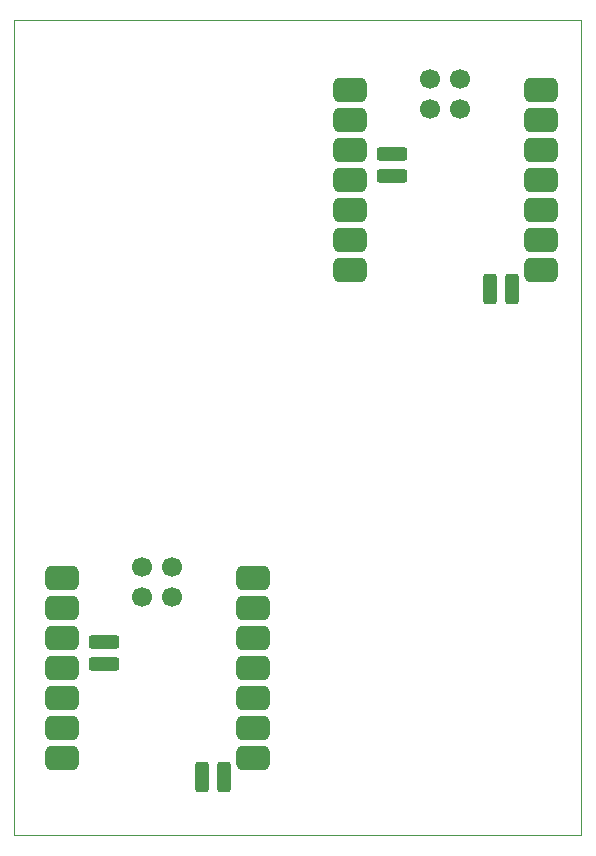
<source format=gbr>
%TF.GenerationSoftware,KiCad,Pcbnew,9.0.2*%
%TF.CreationDate,2025-07-01T00:08:40-05:00*%
%TF.ProjectId,MagMesh,4d61674d-6573-4682-9e6b-696361645f70,rev?*%
%TF.SameCoordinates,Original*%
%TF.FileFunction,Soldermask,Top*%
%TF.FilePolarity,Negative*%
%FSLAX46Y46*%
G04 Gerber Fmt 4.6, Leading zero omitted, Abs format (unit mm)*
G04 Created by KiCad (PCBNEW 9.0.2) date 2025-07-01 00:08:40*
%MOMM*%
%LPD*%
G01*
G04 APERTURE LIST*
G04 Aperture macros list*
%AMRoundRect*
0 Rectangle with rounded corners*
0 $1 Rounding radius*
0 $2 $3 $4 $5 $6 $7 $8 $9 X,Y pos of 4 corners*
0 Add a 4 corners polygon primitive as box body*
4,1,4,$2,$3,$4,$5,$6,$7,$8,$9,$2,$3,0*
0 Add four circle primitives for the rounded corners*
1,1,$1+$1,$2,$3*
1,1,$1+$1,$4,$5*
1,1,$1+$1,$6,$7*
1,1,$1+$1,$8,$9*
0 Add four rect primitives between the rounded corners*
20,1,$1+$1,$2,$3,$4,$5,0*
20,1,$1+$1,$4,$5,$6,$7,0*
20,1,$1+$1,$6,$7,$8,$9,0*
20,1,$1+$1,$8,$9,$2,$3,0*%
G04 Aperture macros list end*
%ADD10RoundRect,0.525400X-0.900400X-0.525400X0.900400X-0.525400X0.900400X0.525400X-0.900400X0.525400X0*%
%ADD11RoundRect,0.300400X1.000400X0.300400X-1.000400X0.300400X-1.000400X-0.300400X1.000400X-0.300400X0*%
%ADD12RoundRect,0.300400X-0.300400X1.000400X-0.300400X-1.000400X0.300400X-1.000400X0.300400X1.000400X0*%
%ADD13C,1.700000*%
%TA.AperFunction,Profile*%
%ADD14C,0.050000*%
%TD*%
G04 APERTURE END LIST*
D10*
%TO.C,U1*%
X182890000Y-73880000D03*
X182890000Y-76420000D03*
X182890000Y-78960000D03*
X182890000Y-81500000D03*
X182890000Y-84040000D03*
X182890000Y-86580000D03*
X182890000Y-89120000D03*
X199055000Y-89120000D03*
X199055000Y-86580000D03*
X199055000Y-84040000D03*
X199055000Y-81500000D03*
X199055000Y-78960000D03*
X199055000Y-76420000D03*
X199055000Y-73880000D03*
D11*
X186500000Y-81186500D03*
X186500000Y-79281500D03*
D12*
X194755000Y-90736900D03*
X196660000Y-90736900D03*
D13*
X189675000Y-72931500D03*
X192215000Y-72931500D03*
X189675000Y-75471500D03*
X192215000Y-75471500D03*
%TD*%
%TO.C,U2*%
X167829500Y-116783300D03*
X165289500Y-116783300D03*
X167829500Y-114243300D03*
X165289500Y-114243300D03*
D12*
X172274500Y-132048700D03*
X170369500Y-132048700D03*
D11*
X162114500Y-120593300D03*
X162114500Y-122498300D03*
D10*
X174669500Y-115191800D03*
X174669500Y-117731800D03*
X174669500Y-120271800D03*
X174669500Y-122811800D03*
X174669500Y-125351800D03*
X174669500Y-127891800D03*
X174669500Y-130431800D03*
X158504500Y-130431800D03*
X158504500Y-127891800D03*
X158504500Y-125351800D03*
X158504500Y-122811800D03*
X158504500Y-120271800D03*
X158504500Y-117731800D03*
X158504500Y-115191800D03*
%TD*%
D14*
X154500000Y-68000000D02*
X202500000Y-68000000D01*
X202500000Y-137000000D01*
X154500000Y-137000000D01*
X154500000Y-68000000D01*
M02*

</source>
